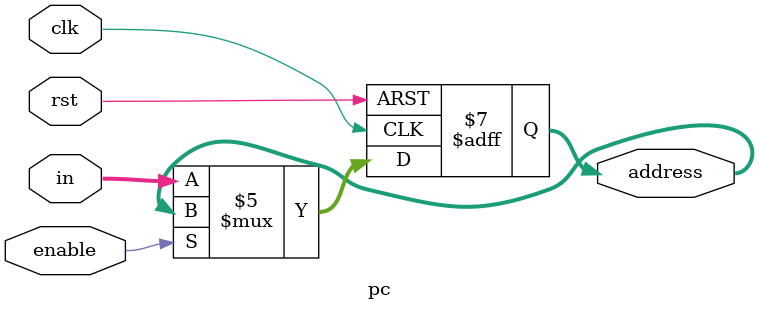
<source format=v>
`timescale 1ns / 1ps

//NON_BLOCKING
module pc(clk, rst, enable, in, address);

input clk;
input rst;
input enable;
input [15:0] in;

//Outputs
//size was 8 bit for address
output reg [15:0] address;
//Output Logic
always @(posedge clk or negedge rst)
//Using negedge of reset, posedge caused problems
begin



	if (!rst) begin
		address <= 0;
	end
//Enable

	else if (!enable) begin
		address <= in;
	end

//do nothing
	else begin
		address <= address;
	end

end

endmodule
</source>
